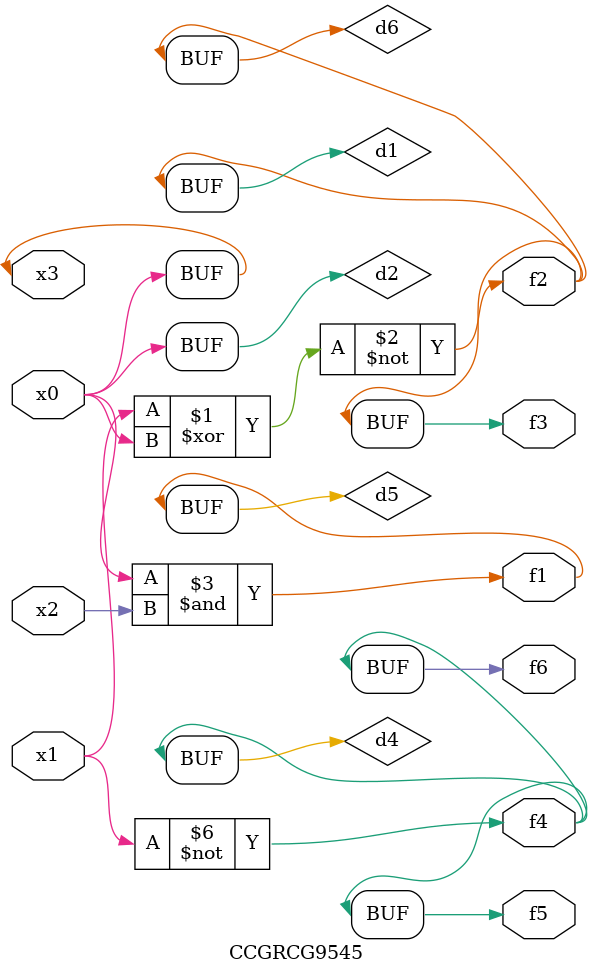
<source format=v>
module CCGRCG9545(
	input x0, x1, x2, x3,
	output f1, f2, f3, f4, f5, f6
);

	wire d1, d2, d3, d4, d5, d6;

	xnor (d1, x1, x3);
	buf (d2, x0, x3);
	nand (d3, x0, x2);
	not (d4, x1);
	nand (d5, d3);
	or (d6, d1);
	assign f1 = d5;
	assign f2 = d6;
	assign f3 = d6;
	assign f4 = d4;
	assign f5 = d4;
	assign f6 = d4;
endmodule

</source>
